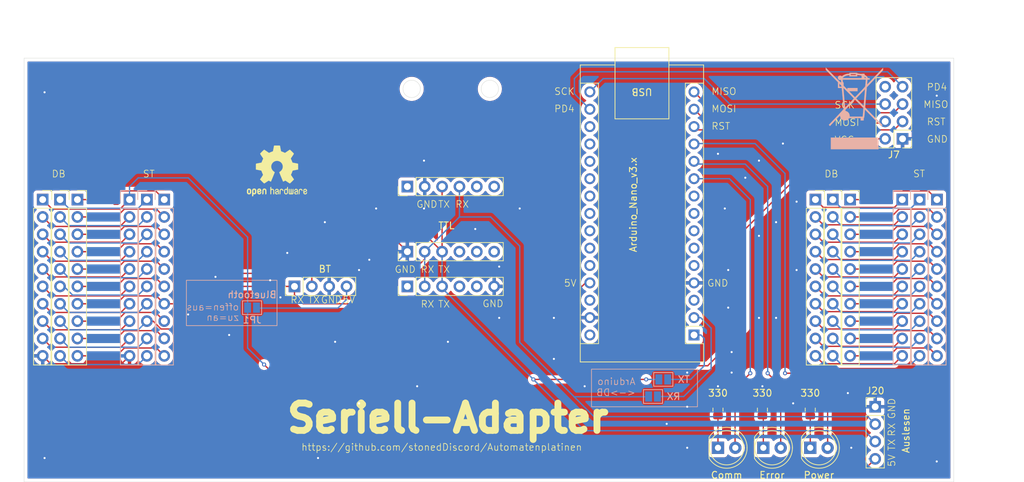
<source format=kicad_pcb>
(kicad_pcb (version 20240108) (generator "pcbnew") (generator_version "8.0")
  (layers (0 "F.Cu" signal) (31 "B.Cu" signal) (34 "B.Paste" user) (35 "F.Paste" user) (36 "B.SilkS" user "B.Silkscreen") (37 "F.SilkS" user "F.Silkscreen") (38 "B.Mask" user) (39 "F.Mask" user) (44 "Edge.Cuts" user))
  (net 0 "")
  (net 21 "GND")
  (net 25 "Net-(D1-K)")
  (net 26 "Net-(D2-K)")
  (net 27 "Net-(D3-K)")
  (net 28 "Net-(J1-Pin_3)")
  (net 29 "Net-(J1-Pin_5)")
  (net 30 "Net-(J1-Pin_7)")
  (net 31 "Net-(J1-Pin_2)")
  (net 32 "Net-(J1-Pin_8)")
  (net 33 "Net-(J1-Pin_9)")
  (net 34 "Net-(J1-Pin_4)")
  (net 35 "+5V")
  (net 36 "Net-(J1-Pin_6)")
  (net 37 "Net-(J14-Pin_5)")
  (net 38 "Net-(J14-Pin_1)")
  (net 39 "Net-(J14-Pin_10)")
  (net 40 "Net-(J14-Pin_4)")
  (net 41 "Net-(J14-Pin_6)")
  (net 42 "Net-(J14-Pin_2)")
  (net 43 "Net-(J14-Pin_7)")
  (net 44 "Net-(J14-Pin_9)")
  (net 45 "Net-(J14-Pin_3)")
  (net 46 "Net-(J15-Pin_2)")
  (net 47 "Net-(J15-Pin_4)")
  (net 48 "Net-(J15-Pin_5)")
  (net 49 "Net-(J15-Pin_8)")
  (net 50 "Net-(J15-Pin_10)")
  (net 51 "Net-(J15-Pin_6)")
  (net 52 "Net-(J15-Pin_1)")
  (net 53 "Net-(J15-Pin_3)")
  (net 54 "Net-(J15-Pin_9)")
  (net 55 "Net-(J4-Pin_2)")
  (net 56 "Net-(J4-Pin_5)")
  (net 57 "Net-(J4-Pin_1)")
  (net 58 "Net-(J4-Pin_4)")
  (net 59 "Net-(J4-Pin_7)")
  (net 60 "Net-(J4-Pin_3)")
  (net 61 "Net-(J4-Pin_10)")
  (net 62 "Net-(J4-Pin_9)")
  (net 63 "Net-(J4-Pin_8)")
  (net 64 "Net-(J4-Pin_6)")
  (net 65 "Net-(J16-Pin_2)")
  (net 66 "Net-(J16-Pin_10)")
  (net 67 "Net-(J16-Pin_6)")
  (net 68 "Net-(J16-Pin_8)")
  (net 69 "Net-(J16-Pin_1)")
  (net 70 "Net-(J16-Pin_7)")
  (net 71 "Net-(J16-Pin_5)")
  (net 72 "Net-(J16-Pin_3)")
  (net 73 "Net-(J16-Pin_4)")
  (net 74 "Net-(J16-Pin_9)")
  (net 75 "Net-(J17-Pin_6)")
  (net 76 "Net-(J17-Pin_10)")
  (net 77 "Net-(J17-Pin_7)")
  (net 78 "Net-(J17-Pin_2)")
  (net 79 "Net-(J17-Pin_8)")
  (net 80 "Net-(J17-Pin_1)")
  (net 81 "Net-(J17-Pin_3)")
  (net 82 "Net-(J17-Pin_5)")
  (net 83 "Net-(J17-Pin_4)")
  (net 84 "Net-(J17-Pin_9)")
  (net 85 "Net-(J8-Pin_4)")
  (net 86 "Net-(A1-D9)")
  (net 87 "Net-(A1-D7)")
  (net 88 "Net-(A1-D8)")
  (net 93 "Net-(A1-D11)")
  (net 94 "Net-(A1-+5V)")
  (net 95 "Net-(A1-D12)")
  (net 96 "Net-(A1-D10)")
  (net 97 "Net-(A1-D13)")
  (net 98 "Net-(A1-3V3)")
  (net 99 "Net-(A1-D0{slash}RX)")
  (net 100 "Net-(A1-D1{slash}TX)")
  (net 101 "RX")
  (net 102 "TX")
  (footprint "Resistor_SMD:R_0805_2012Metric" (layer "F.Cu") (at 184.5 130.4125 90)
    (property "Reference" "R3" (hide yes))
    (property "Value" "330")
  )
  (footprint "Resistor_SMD:R_0805_2012Metric" (layer "F.Cu") (at 198 130.4125 90)
    (property "Reference" "R1" (hide yes))
    (property "Value" "330")
  )
  (footprint "Connector_PinSocket_2.54mm:PinSocket_1x10_P2.54mm_Vertical" (layer "F.Cu") (at 90.805 99.695)
    (property "Reference" "J3" (hide yes))
    (property "Value" "Conn_01x10_Pin")
  )
  (footprint "Connector_PinSocket_2.54mm:PinSocket_1x10_P2.54mm_Vertical" (layer "F.Cu") (at 88.265 99.695)
    (property "Reference" "J2" (hide yes))
    (property "Value" "Conn_01x10_Pin")
  )
  (footprint "Connector_PinHeader_2.54mm:PinHeader_1x06_P2.54mm_Vertical" (layer "F.Cu") (at 139.065 97.79 90)
    (property "Reference" "J10" (hide yes))
    (property "Value" "Conn_01x06")
  )
  (footprint "Connector_PinHeader_2.54mm:PinHeader_1x06_P2.54mm_Vertical" (layer "F.Cu") (at 139.065 107.315 90)
    (property "Reference" "J12" (hide yes))
    (property "Value" "TTL")
  )
  (footprint "LED_THT:LED_D5.0mm" (layer "F.Cu") (at 184.5 136)
    (property "Reference" "D1" (hide yes))
    (property "Value" "Comm")
  )
  (footprint "Connector_PinSocket_2.54mm:PinSocket_1x10_P2.54mm_Vertical" (layer "F.Cu") (at 85.725 99.695)
    (property "Reference" "J1" (hide yes))
    (property "Value" "Conn_01x10_Pin")
  )
  (footprint "LED_THT:LED_D5.0mm" (layer "F.Cu") (at 198 136)
    (property "Reference" "D3" (hide yes))
    (property "Value" "Power")
  )
  (footprint "Connector_PinHeader_2.54mm:PinHeader_2x04_P2.54mm_Vertical" (layer "F.Cu") (at 211.5 90.805 180)
    (property "Reference" "J7")
    (property "Value" "Conn_02x04_Counter_Clockwise")
  )
  (footprint "Connector_PinSocket_2.54mm:PinSocket_1x10_P2.54mm_Vertical" (layer "F.Cu") (at 198.755 99.695)
    (property "Reference" "J4" (hide yes))
    (property "Value" "Conn_01x10_Pin")
  )
  (footprint "Module:Arduino_Nano" (layer "F.Cu") (at 181 119.5 180)
    (property "Reference" "A1" (hide yes))
    (property "Value" "Arduino_Nano_v3.x")
  )
  (footprint "LED_THT:LED_D5.0mm" (layer "F.Cu") (at 191.135 136)
    (property "Reference" "D2" (hide yes))
    (property "Value" "Error")
  )
  (footprint "Connector_PinHeader_2.54mm:PinHeader_1x06_P2.54mm_Vertical" (layer "F.Cu") (at 139.065 112.395 90)
    (property "Reference" "J11" (hide yes))
    (property "Value" "Conn_01x06")
  )
  (footprint "Connector_PinSocket_2.54mm:PinSocket_1x10_P2.54mm_Vertical" (layer "F.Cu") (at 203.835 99.695)
    (property "Reference" "J17" (hide yes))
    (property "Value" "Conn_01x10_Pin")
  )
  (footprint "Connector_PinSocket_2.54mm:PinSocket_1x10_P2.54mm_Vertical" (layer "F.Cu") (at 201.295 99.695)
    (property "Reference" "J6" (hide yes))
    (property "Value" "Conn_01x10_Pin")
  )
  (footprint "Resistor_SMD:R_0805_2012Metric" (layer "F.Cu") (at 191 130.4125 90)
    (property "Reference" "R2" (hide yes))
    (property "Value" "330")
  )
  (footprint "Connector_PinHeader_2.54mm:PinHeader_1x04_P2.54mm_Vertical" (layer "F.Cu") (at 122.555 112.395 90)
    (property "Reference" "J8" (hide yes))
    (property "Value" "BT")
  )
  (footprint "Symbol:OSHW-Logo2_9.8x8mm_SilkScreen" (layer "F.Cu") (at 120 95.5)
    (property "Reference" "REF**" (hide yes))
    (property "Value" "OSHW-Logo2_9.8x8mm_SilkScreen" (hide yes))
  )
  (footprint "Connector_PinHeader_2.54mm:PinHeader_1x04_P2.54mm_Vertical" (layer "F.Cu") (at 207.5 130)
    (property "Reference" "J20")
    (property "Value" "Auslesen")
  )
  (footprint "Connector_PinSocket_2.54mm:PinSocket_1x10_P2.54mm_Vertical" (layer "B.Cu") (at 100.965 99.695 180)
    (property "Reference" "J14" (hide yes))
    (property "Value" "Conn_01x10_Pin")
  )
  (footprint "Connector_PinSocket_2.54mm:PinSocket_1x10_P2.54mm_Vertical" (layer "B.Cu") (at 103.505 99.695 180)
    (property "Reference" "J15" (hide yes))
    (property "Value" "Conn_01x10_Pin")
  )
  (footprint "Jumper:SolderJumper-2_P1.3mm_Open_Pad1.0x1.5mm" (layer "B.Cu") (at 175 128.5)
    (property "Reference" "JP2" (hide yes))
    (property "Value" "RX")
  )
  (footprint "Connector_PinSocket_2.54mm:PinSocket_1x10_P2.54mm_Vertical" (layer "B.Cu") (at 211.455 99.695 180)
    (property "Reference" "J5" (hide yes))
    (property "Value" "Conn_01x10_Pin")
  )
  (footprint "Connector_PinSocket_2.54mm:PinSocket_1x10_P2.54mm_Vertical" (layer "B.Cu") (at 213.995 99.695 180)
    (property "Reference" "J16" (hide yes))
    (property "Value" "Conn_01x10_Pin")
  )
  (footprint "Connector_PinSocket_2.54mm:PinSocket_1x10_P2.54mm_Vertical" (layer "B.Cu") (at 98.425 99.695 180)
    (property "Reference" "J13" (hide yes))
    (property "Value" "Conn_01x10_Pin")
  )
  (footprint "Symbol:WEEE-Logo_8.4x12mm_SilkScreen" (layer "B.Cu") (at 204.47 86.36 180)
    (property "Reference" "REF**" (hide yes))
    (property "Value" "WEEE-Logo_8.4x12mm_SilkScreen" (hide yes))
  )
  (footprint "Jumper:SolderJumper-2_P1.3mm_Open_Pad1.0x1.5mm" (layer "B.Cu") (at 176.5 126)
    (property "Reference" "JP3" (hide yes))
    (property "Value" "TX")
  )
  (footprint "Jumper:SolderJumper-2_P1.3mm_Open_Pad1.0x1.5mm" (layer "B.Cu") (at 116.35 115.5)
    (property "Reference" "JP1")
    (property "Value" "Bluetooth")
  )
  (footprint "Connector_PinSocket_2.54mm:PinSocket_1x10_P2.54mm_Vertical" (layer "B.Cu") (at 216.535 99.695 180)
    (property "Reference" "J18" (hide yes))
    (property "Value" "Conn_01x10_Pin")
  )
  (gr_rect (start 106.745 111.5) (end 120 118.135) (stroke (width 0.1)) (fill none) (layer "B.SilkS"))
  (gr_rect (start 166 124.5) (end 181.5 130) (stroke (width 0.1)) (fill none) (layer "B.SilkS"))
  (gr_circle (center 139.7 83.5) (end 140.97 83.5) (stroke (width 0.05)) (fill none) (layer "Edge.Cuts"))
  (gr_rect (start 83 79) (end 219 141) (stroke (width 0.05)) (fill none) (layer "Edge.Cuts"))
  (gr_circle (center 151.13 83.5) (end 152.4 83.5) (stroke (width 0.05)) (fill none) (layer "Edge.Cuts"))
  (gr_text "offen=aus" (at 114.5 116 0) (layer "B.SilkS") (effects (font (size 1 1) (thickness 0.1)) (justify left bottom mirror)))
  (gr_text "Arduino\n<->DB" (at 172.5 128.5 -0) (layer "B.SilkS") (effects (font (size 1 1) (thickness 0.1)) (justify left bottom mirror)))
  (gr_text "zu=an" (at 114.5 117.5 0) (layer "B.SilkS") (effects (font (size 1 1) (thickness 0.1)) (justify left bottom mirror)))
  (gr_text "GND" (at 126.365 114.935 0) (layer "F.SilkS") (effects (font (size 1 1) (thickness 0.1)) (justify left bottom)))
  (gr_text "SCK" (at 201.5 86.46 0) (layer "F.SilkS") (effects (font (size 1 1) (thickness 0.1)) (justify left bottom)))
  (gr_text "ST" (at 213 96.5 0) (layer "F.SilkS") (effects (font (size 1 1) (thickness 0.1)) (justify left bottom)))
  (gr_text "TX" (at 143.51 115.57 0) (layer "F.SilkS") (effects (font (size 1 1) (thickness 0.1)) (justify left bottom)))
  (gr_text "PD4" (at 215 83.82 0) (layer "F.SilkS") (effects (font (size 1 1) (thickness 0.1)) (justify left bottom)))
  (gr_text "DB" (at 200.025 96.52 0) (layer "F.SilkS") (effects (font (size 1 1) (thickness 0.1)) (justify left bottom)))
  (gr_text "5V" (at 129.54 114.935 0) (layer "F.SilkS") (effects (font (size 1 1) (thickness 0.1)) (justify left bottom)))
  (gr_text "RST" (at 215 88.9 0) (layer "F.SilkS") (effects (font (size 1 1) (thickness 0.1)) (justify left bottom)))
  (gr_text "TX" (at 124.46 114.935 0) (layer "F.SilkS") (effects (font (size 1 1) (thickness 0.1)) (justify left bottom)))
  (gr_text "MISO" (at 183.5 84.46 0) (layer "F.SilkS") (effects (font (size 1 1) (thickness 0.1)) (justify left bottom)))
  (gr_text "https://github.com/stonedDiscord/Automatenplatinen" (at 123.5 136.5 0) (layer "F.SilkS") (effects (font (size 1 1) (thickness 0.1)) (justify left bottom)))
  (gr_text "MOSI" (at 201.5 89 0) (layer "F.SilkS") (effects (font (size 1 1) (thickness 0.1)) (justify left bottom)))
  (gr_text "RX" (at 146.05 100.965 0) (layer "F.SilkS") (effects (font (size 1 1) (thickness 0.1)) (justify left bottom)))
  (gr_text "GND" (at 137.16 110.49 0) (layer "F.SilkS") (effects (font (size 1 1) (thickness 0.1)) (justify left bottom)))
  (gr_text "DB" (at 86.995 96.52 0) (layer "F.SilkS") (effects (font (size 1 1) (thickness 0.1)) (justify left bottom)))
  (gr_text "GND" (at 150 115.5 0) (layer "F.SilkS") (effects (font (size 1 1) (thickness 0.1)) (justify left bottom)))
  (gr_text "SCK" (at 160.5 84.46 0) (layer "F.SilkS") (effects (font (size 1 1) (thickness 0.1)) (justify left bottom)))
  (gr_text "Seriell-Adapter" (at 121 134 0) (layer "F.SilkS") (effects (font (size 4 4) (thickness 1) (bold yes)) (justify left bottom)))
  (gr_text "TX" (at 210.5 136.5 90) (layer "F.SilkS") (effects (font (size 1 1) (thickness 0.1)) (justify left bottom)))
  (gr_text "RX" (at 210.5 134.39 90) (layer "F.SilkS") (effects (font (size 1 1) (thickness 0.1)) (justify left bottom)))
  (gr_text "VCC" (at 201.5 91.54 0) (layer "F.SilkS") (effects (font (size 1 1) (thickness 0.1)) (justify left bottom)))
  (gr_text "ST" (at 100.33 96.52 0) (layer "F.SilkS") (effects (font (size 1 1) (thickness 0.1)) (justify left bottom)))
  (gr_text "MOSI" (at 183.5 87 0) (layer "F.SilkS") (effects (font (size 1 1) (thickness 0.1)) (justify left bottom)))
  (gr_text "PD4" (at 160.5 87 0) (layer "F.SilkS") (effects (font (size 1 1) (thickness 0.1)) (justify left bottom)))
  (gr_text "5V" (at 210.5 138.835 90) (layer "F.SilkS") (effects (font (size 1 1) (thickness 0.1)) (justify left bottom)))
  (gr_text "RX" (at 121.92 114.935 0) (layer "F.SilkS") (effects (font (size 1 1) (thickness 0.1)) (justify left bottom)))
  (gr_text "MISO" (at 214.5 86.36 0) (layer "F.SilkS") (effects (font (size 1 1) (thickness 0.1)) (justify left bottom)))
  (gr_text "RST" (at 183.5 89.54 0) (layer "F.SilkS") (effects (font (size 1 1) (thickness 0.1)) (justify left bottom)))
  (gr_text "TX" (at 143.51 100.965 0) (layer "F.SilkS") (effects (font (size 1 1) (thickness 0.1)) (justify left bottom)))
  (gr_text "RX" (at 140.97 110.49 0) (layer "F.SilkS") (effects (font (size 1 1) (thickness 0.1)) (justify left bottom)))
  (gr_text "GND" (at 140.335 100.965 0) (layer "F.SilkS") (effects (font (size 1 1) (thickness 0.1)) (justify left bottom)))
  (gr_text "5V" (at 161.925 112.5 0) (layer "F.SilkS") (effects (font (size 1 1) (thickness 0.1)) (justify left bottom)))
  (gr_text "TX" (at 143.51 110.49 0) (layer "F.SilkS") (effects (font (size 1 1) (thickness 0.1)) (justify left bottom)))
  (gr_text "GND" (at 210.5 131.85 90) (layer "F.SilkS") (effects (font (size 1 1) (thickness 0.1)) (justify left bottom)))
  (gr_text "GND" (at 182.88 112.5 0) (layer "F.SilkS") (effects (font (size 1 1) (thickness 0.1)) (justify left bottom)))
  (gr_text "GND" (at 215 91.44 0) (layer "F.SilkS") (effects (font (size 1 1) (thickness 0.1)) (justify left bottom)))
  (gr_text "RX" (at 140.97 115.57 0) (layer "F.SilkS") (effects (font (size 1 1) (thickness 0.1)) (justify left bottom)))
  (segment (start 127.635 110.49) (end 132.08 106.045) (width 0.2) (layer "F.Cu") (net 21))
  (segment (start 85.725 122.555) (end 86.875 123.705) (width 0.2) (layer "F.Cu") (net 21))
  (segment (start 127.635 112.395) (end 127.635 110.49) (width 0.2) (layer "F.Cu") (net 21))
  (segment (start 137.795 106.045) (end 139.065 107.315) (width 0.2) (layer "F.Cu") (net 21))
  (segment (start 132.08 106.045) (end 137.795 106.045) (width 0.2) (layer "F.Cu") (net 21))
  (segment (start 86.875 123.705) (end 97.275 123.705) (width 0.2) (layer "F.Cu") (net 21))
  (segment (start 97.275 123.705) (end 98.425 122.555) (width 0.2) (layer "F.Cu") (net 21))
  (via (at 195.5 129.5) (size 0.6) (drill 0.3) (layers "F.Cu" "B.Cu") (net 21))
  (via (at 160.5 123) (size 0.6) (drill 0.3) (layers "F.Cu" "B.Cu") (net 21))
  (via (at 126 137.5) (size 0.6) (drill 0.3) (layers "F.Cu" "B.Cu") (net 21))
  (via (at 196 110) (size 0.6) (drill 0.3) (layers "F.Cu" "B.Cu") (net 21))
  (via (at 119 111.5) (size 0.6) (drill 0.3) (layers "F.Cu" "B.Cu") (net 21))
  (via (at 121.5 107.5) (size 0.6) (drill 0.3) (layers "F.Cu" "B.Cu") (net 21))
  (via (at 216.5 138) (size 0.6) (drill 0.3) (layers "F.Cu" "B.Cu") (net 21))
  (via (at 132 129.5) (size 0.6) (drill 0.3) (layers "F.Cu" "B.Cu") (net 21))
  (via (at 141.5 94) (size 0.6) (drill 0.3) (layers "F.Cu" "B.Cu") (net 21))
  (via (at 152.5 117) (size 0.6) (drill 0.3) (layers "F.Cu" "B.Cu") (net 21))
  (via (at 184.5 93) (size 0.6) (drill 0.3) (layers "F.Cu" "B.Cu") (net 21))
  (via (at 204 136) (size 0.6) (drill 0.3) (layers "F.Cu" "B.Cu") (net 21))
  (via (at 127 103) (size 0.6) (drill 0.3) (layers "F.Cu" "B.Cu") (net 21))
  (via (at 134.5 101) (size 0.6) (drill 0.3) (layers "F.Cu" "B.Cu") (net 21))
  (via (at 133.5 108.5) (size 0.6) (drill 0.3) (layers "F.Cu" "B.Cu") (net 21))
  (via (at 177 132.5) (size 0.6) (drill 0.3) (layers "F.Cu" "B.Cu") (net 21))
  (via (at 190.5 94) (size 0.6) (drill 0.3) (layers "F.Cu" "B.Cu") (net 21))
  (via (at 190.5 105) (size 0.6) (drill 0.3) (layers "F.Cu" "B.Cu") (net 21))
  (via (at 149 104) (size 0.6) (drill 0.3) (layers "F.Cu" "B.Cu") (net 21))
  (via (at 203.5 128) (size 0.6) (drill 0.3) (layers "F.Cu" "B.Cu") (net 21))
  (via (at 188.5 96.5) (size 0.6) (drill 0.3) (layers "F.Cu" "B.Cu") (net 21))
  (via (at 180 130) (size 0.6) (drill 0.3) (layers "F.Cu" "B.Cu") (net 21))
  (via (at 186.5 125) (size 0.6) (drill 0.3) (layers "F.Cu" "B.Cu") (net 21))
  (via (at 194 91.5) (size 0.6) (drill 0.3) (layers "F.Cu" "B.Cu") (net 21))
  (via (at 86 84) (size 0.6) (drill 0.3) (layers "F.Cu" "B.Cu") (net 21))
  (via (at 145 120.5) (size 0.6) (drill 0.3) (layers "F.Cu" "B.Cu") (net 21))
  (via (at 107 116.5) (size 0.6) (drill 0.3) (layers "F.Cu" "B.Cu") (net 21))
  (via (at 191 127) (size 0.6) (drill 0.3) (layers "F.Cu" "B.Cu") (net 21))
  (via (at 184.5 127) (size 0.6) (drill 0.3) (layers "F.Cu" "B.Cu") (net 21))
  (via (at 113 119.5) (size 0.6) (drill 0.3) (layers "F.Cu" "B.Cu") (net 21))
  (via (at 185.5 101) (size 0.6) (drill 0.3) (layers "F.Cu" "B.Cu") (net 21))
  (via (at 140.5 127) (size 0.6) (drill 0.3) (layers "F.Cu" "B.Cu") (net 21))
  (via (at 180 136) (size 0.6) (drill 0.3) (layers "F.Cu" "B.Cu") (net 21))
  (via (at 132 129.5) (size 0.6) (drill 0.3) (layers "F.Cu" "B.Cu") (net 21))
  (via (at 160.5 117) (size 0.6) (drill 0.3) (layers "F.Cu" "B.Cu") (net 21))
  (via (at 141.5 101) (size 0.6) (drill 0.3) (layers "F.Cu" "B.Cu") (net 21))
  (via (at 111 111) (size 0.6) (drill 0.3) (layers "F.Cu" "B.Cu") (net 21))
  (via (at 186 110) (size 0.6) (drill 0.3) (layers "F.Cu" "B.Cu") (net 21))
  (via (at 186.5 122) (size 0.6) (drill 0.3) (layers "F.Cu" "B.Cu") (net 21))
  (via (at 165 127) (size 0.6) (drill 0.3) (layers "F.Cu" "B.Cu") (net 21))
  (via (at 128.5 120.5) (size 0.6) (drill 0.3) (layers "F.Cu" "B.Cu") (net 21))
  (via (at 193 103) (size 0.6) (drill 0.3) (layers "F.Cu" "B.Cu") (net 21))
  (via (at 216.5 84.5) (size 0.6) (drill 0.3) (layers "F.Cu" "B.Cu") (net 21))
  (via (at 193 117) (size 0.6) (drill 0.3) (layers "F.Cu" "B.Cu") (net 21))
  (via (at 86 137.5) (size 0.6) (drill 0.3) (layers "F.Cu" "B.Cu") (net 21))
  (via (at 132 110) (size 0.6) (drill 0.3) (layers "F.Cu" "B.Cu") (net 21))
  (via (at 152.5 109.5) (size 0.6) (drill 0.3) (layers "F.Cu" "B.Cu") (net 21))
  (via (at 196 100) (size 0.6) (drill 0.3) (layers "F.Cu" "B.Cu") (net 21))
  (via (at 190.5 117) (size 0.6) (drill 0.3) (layers "F.Cu" "B.Cu") (net 21))
  (via (at 186 115.5) (size 0.6) (drill 0.3) (layers "F.Cu" "B.Cu") (net 21))
  (via (at 155.5 101) (size 0.6) (drill 0.3) (layers "F.Cu" "B.Cu") (net 21))
  (via (at 132 129.5) (size 0.6) (drill 0.3) (layers "F.Cu" "B.Cu") (net 21))
  (via (at 180 125) (size 0.6) (drill 0.3) (layers "F.Cu" "B.Cu") (net 21))
  (via (at 120.5 114) (size 0.6) (drill 0.3) (layers "F.Cu" "B.Cu") (net 21))
  (segment (start 134.62 127) (end 86.36 127) (width 0.2) (layer "B.Cu") (net 21))
  (segment (start 137.16 109.22) (end 137.16 124.46) (width 0.2) (layer "B.Cu") (net 21))
  (segment (start 86.36 127) (end 85.725 126.365) (width 0.2) (layer "B.Cu") (net 21))
  (segment (start 139.065 107.315) (end 137.16 109.22) (width 0.2) (layer "B.Cu") (net 21))
  (segment (start 137.16 124.46) (end 134.62 127) (width 0.2) (layer "B.Cu") (net 21))
  (segment (start 85.725 126.365) (end 85.725 122.555) (width 0.2) (layer "B.Cu") (net 21))
  (segment (start 184.5 136) (end 184.5 131.325) (width 0.2) (layer "F.Cu") (net 25))
  (segment (start 191.135 136) (end 191.135 131.46) (width 0.2) (layer "F.Cu") (net 26))
  (segment (start 191.135 131.46) (end 191 131.325) (width 0.2) (layer "F.Cu") (net 26))
  (segment (start 198 136) (end 198 131.325) (width 0.2) (layer "F.Cu") (net 27))
  (segment (start 86.875 105.925) (end 97.275 105.925) (width 0.2) (layer "F.Cu") (net 28))
  (segment (start 85.725 104.775) (end 86.875 105.925) (width 0.2) (layer "F.Cu") (net 28))
  (segment (start 97.275 105.925) (end 98.425 104.775) (width 0.2) (layer "F.Cu") (net 28))
  (segment (start 86.875 111.005) (end 97.275 111.005) (width 0.2) (layer "F.Cu") (net 29))
  (segment (start 97.275 111.005) (end 98.425 109.855) (width 0.2) (layer "F.Cu") (net 29))
  (segment (start 85.725 109.855) (end 86.875 111.005) (width 0.2) (layer "F.Cu") (net 29))
  (segment (start 97.155 116.205) (end 98.425 114.935) (width 0.2) (layer "F.Cu") (net 30))
  (segment (start 86.995 116.205) (end 97.155 116.205) (width 0.2) (layer "F.Cu") (net 30))
  (segment (start 85.725 114.935) (end 86.995 116.205) (width 0.2) (layer "F.Cu") (net 30))
  (segment (start 87.115 103.625) (end 97.035 103.625) (width 0.2) (layer "F.Cu") (net 31))
  (segment (start 85.725 102.235) (end 87.115 103.625) (width 0.2) (layer "F.Cu") (net 31))
  (segment (start 97.035 103.625) (end 98.425 102.235) (width 0.2) (layer "F.Cu") (net 31))
  (segment (start 97.155 118.745) (end 98.425 117.475) (width 0.2) (layer "F.Cu") (net 32))
  (segment (start 86.995 118.745) (end 97.155 118.745) (width 0.2) (layer "F.Cu") (net 32))
  (segment (start 85.725 117.475) (end 86.995 118.745) (width 0.2) (layer "F.Cu") (net 32))
  (segment (start 86.995 121.285) (end 97.155 121.285) (width 0.2) (layer "F.Cu") (net 33))
  (segment (start 97.155 121.285) (end 98.425 120.015) (width 0.2) (layer "F.Cu") (net 33))
  (segment (start 85.725 120.015) (end 86.995 121.285) (width 0.2) (layer "F.Cu") (net 33))
  (segment (start 87.115 108.705) (end 97.035 108.705) (width 0.2) (layer "F.Cu") (net 34))
  (segment (start 85.725 107.315) (end 87.115 108.705) (width 0.2) (layer "F.Cu") (net 34))
  (segment (start 97.035 108.705) (end 98.425 107.315) (width 0.2) (layer "F.Cu") (net 34))
  (segment (start 97.035 101.085) (end 98.425 99.695) (width 0.2) (layer "F.Cu") (net 35))
  (segment (start 87.115 101.085) (end 97.035 101.085) (width 0.2) (layer "F.Cu") (net 35))
  (segment (start 206.12 139) (end 133.285 139) (width 0.2) (layer "F.Cu") (net 35))
  (segment (start 207.5 137.62) (end 206.12 139) (width 0.2) (layer "F.Cu") (net 35))
  (segment (start 133.285 139) (end 118.11 123.825) (width 0.2) (layer "F.Cu") (net 35))
  (segment (start 85.725 99.695) (end 87.115 101.085) (width 0.2) (layer "F.Cu") (net 35))
  (via (at 118.11 123.825) (size 0.6) (drill 0.3) (layers "F.Cu" "B.Cu") (net 35))
  (segment (start 98.425 97.79) (end 99.695 96.52) (width 0.2) (layer "B.Cu") (net 35))
  (segment (start 98.425 99.695) (end 98.425 97.79) (width 0.2) (layer "B.Cu") (net 35))
  (segment (start 207.5 137.62) (end 206.62 137.62) (width 0.2) (layer "B.Cu") (net 35))
  (segment (start 115.7 121.415) (end 118.11 123.825) (width 0.2) (layer "B.Cu") (net 35))
  (segment (start 115.7 105.2) (end 115.7 115.5) (width 0.2) (layer "B.Cu") (net 35))
  (segment (start 107.02 96.52) (end 115.7 105.2) (width 0.2) (layer "B.Cu") (net 35))
  (segment (start 115.7 115.5) (end 115.7 121.415) (width 0.2) (layer "B.Cu") (net 35))
  (segment (start 99.695 96.52) (end 107.02 96.52) (width 0.2) (layer "B.Cu") (net 35))
  (segment (start 97.035 113.785) (end 98.425 112.395) (width 0.2) (layer "F.Cu") (net 36))
  (segment (start 87.115 113.785) (end 97.035 113.785) (width 0.2) (layer "F.Cu") (net 36))
  (segment (start 85.725 112.395) (end 87.115 113.785) (width 0.2) (layer "F.Cu") (net 36))
  (segment (start 88.265 109.855) (end 89.535 111.125) (width 0.2) (layer "B.Cu") (net 37))
  (segment (start 89.535 111.125) (end 99.695 111.125) (width 0.2) (layer "B.Cu") (net 37))
  (segment (start 99.695 111.125) (end 100.965 109.855) (width 0.2) (layer "B.Cu") (net 37))
  (segment (start 99.695 100.965) (end 89.535 100.965) (width 0.2) (layer "B.Cu") (net 38))
  (segment (start 100.965 99.695) (end 99.695 100.965) (width 0.2) (layer "B.Cu") (net 38))
  (segment (start 89.535 100.965) (end 88.265 99.695) (width 0.2) (layer "B.Cu") (net 38))
  (segment (start 88.265 122.555) (end 89.535 123.825) (width 0.2) (layer "B.Cu") (net 39))
  (segment (start 89.535 123.825) (end 99.695 123.825) (width 0.2) (layer "B.Cu") (net 39))
  (segment (start 99.695 123.825) (end 100.965 122.555) (width 0.2) (layer "B.Cu") (net 39))
  (segment (start 100.965 107.315) (end 99.695 108.585) (width 0.2) (layer "B.Cu") (net 40))
  (segment (start 99.695 108.585) (end 89.535 108.585) (width 0.2) (layer "B.Cu") (net 40))
  (segment (start 89.535 108.585) (end 88.265 107.315) (width 0.2) (layer "B.Cu") (net 40))
  (segment (start 90.100686 113.665) (end 99.695 113.665) (width 0.2) (layer "B.Cu") (net 41))
  (segment (start 88.830686 112.395) (end 90.100686 113.665) (width 0.2) (layer "B.Cu") (net 41))
  (segment (start 88.265 112.395) (end 88.830686 112.395) (width 0.2) (layer "B.Cu") (net 41))
  (segment (start 99.695 113.665) (end 100.965 112.395) (width 0.2) (layer "B.Cu") (net 41))
  (segment (start 99.695 103.505) (end 100.965 102.235) (width 0.2) (layer "B.Cu") (net 42))
  (segment (start 88.265 102.235) (end 89.535 103.505) (width 0.2) (layer "B.Cu") (net 42))
  (segment (start 89.535 103.505) (end 99.695 103.505) (width 0.2) (layer "B.Cu") (net 42))
  (segment (start 99.695 116.205) (end 100.965 114.935) (width 0.2) (layer "B.Cu") (net 43))
  (segment (start 89.535 116.205) (end 99.695 116.205) (width 0.2) (layer "B.Cu") (net 43))
  (segment (start 88.265 114.935) (end 89.535 116.205) (width 0.2) (layer "B.Cu") (net 43))
  (segment (start 88.265 120.015) (end 89.535 121.285) (width 0.2) (layer "B.Cu") (net 44))
  (segment (start 89.535 121.285) (end 99.695 121.285) (width 0.2) (layer "B.Cu") (net 44))
  (segment (start 99.695 121.285) (end 100.965 120.015) (width 0.2) (layer "B.Cu") (net 44))
  (segment (start 89.535 106.045) (end 99.695 106.045) (width 0.2) (layer "B.Cu") (net 45))
  (segment (start 88.265 104.775) (end 89.535 106.045) (width 0.2) (layer "B.Cu") (net 45))
  (segment (start 99.695 106.045) (end 100.965 104.775) (width 0.2) (layer "B.Cu") (net 45))
  (segment (start 90.805 102.235) (end 96.52 102.235) (width 0.2) (layer "F.Cu") (net 46))
  (segment (start 96.52 102.235) (end 97.67 101.085) (width 0.2) (layer "F.Cu") (net 46))
  (segment (start 97.67 101.085) (end 102.355 101.085) (width 0.2) (layer "F.Cu") (net 46))
  (segment (start 102.355 101.085) (end 103.505 102.235) (width 0.2) (layer "F.Cu") (net 46))
  (segment (start 97.67 106.165) (end 102.355 106.165) (width 0.2) (layer "F.Cu") (net 47))
  (segment (start 96.52 107.315) (end 97.67 106.165) (width 0.2) (layer "F.Cu") (net 47))
  (segment (start 90.805 107.315) (end 96.52 107.315) (width 0.2) (layer "F.Cu") (net 47))
  (segment (start 102.355 106.165) (end 103.505 107.315) (width 0.2) (layer "F.Cu") (net 47))
  (segment (start 96.52 109.855) (end 97.67 108.705) (width 0.2) (layer "F.Cu") (net 48))
  (segment (start 97.67 108.705) (end 102.355 108.705) (width 0.2) (layer "F.Cu") (net 48))
  (segment (start 90.805 109.855) (end 96.52 109.855) (width 0.2) (layer "F.Cu") (net 48))
  (segment (start 102.355 108.705) (end 103.505 109.855) (width 0.2) (layer "F.Cu") (net 48))
  (segment (start 97.79 116.205) (end 102.235 116.205) (width 0.2) (layer "F.Cu") (net 49))
  (segment (start 102.235 116.205) (end 103.505 117.475) (width 0.2) (layer "F.Cu") (net 49))
  (segment (start 96.52 117.475) (end 97.79 116.205) (width 0.2) (layer "F.Cu") (net 49))
  (segment (start 90.805 117.475) (end 96.52 117.475) (width 0.2) (layer "F.Cu") (net 49))
  (segment (start 96.52 122.555) (end 97.67 121.405) (width 0.2) (layer "F.Cu") (net 50))
  (segment (start 90.805 122.555) (end 96.52 122.555) (width 0.2) (layer "F.Cu") (net 50))
  (segment (start 97.67 121.405) (end 102.355 121.405) (width 0.2) (layer "F.Cu") (net 50))
  (segment (start 102.355 121.405) (end 103.505 122.555) (width 0.2) (layer "F.Cu") (net 50))
  (segment (start 97.67 111.245) (end 102.355 111.245) (width 0.2) (layer "F.Cu") (net 51))
  (segment (start 96.52 112.395) (end 97.67 111.245) (width 0.2) (layer "F.Cu") (net 51))
  (segment (start 102.355 111.245) (end 103.505 112.395) (width 0.2) (layer "F.Cu") (net 51))
  (segment (start 90.805 112.395) (end 96.52 112.395) (width 0.2) (layer "F.Cu") (net 51))
  (segment (start 90.805 99.695) (end 95.885 99.695) (width 0.2) (layer "F.Cu") (net 52))
  (segment (start 102.235 98.425) (end 103.505 99.695) (width 0.2) (layer "F.Cu") (net 52))
  (segment (start 95.885 99.695) (end 97.155 98.425) (width 0.2) (layer "F.Cu") (net 52))
  (segment (start 97.155 98.425) (end 102.235 98.425) (width 0.2) (layer "F.Cu") (net 52))
  (segment (start 90.805 104.775) (end 96.52 104.775) (width 0.2) (layer "F.Cu") (net 53))
  (segment (start 102.355 103.625) (end 103.505 104.775) (width 0.2) (layer "F.Cu") (net 53))
  (segment (start 97.67 103.625) (end 102.355 103.625) (width 0.2) (layer "F.Cu") (net 53))
  (segment (start 96.52 104.775) (end 97.67 103.625) (width 0.2) (layer "F.Cu") (net 53))
  (segment (start 97.67 118.865) (end 102.355 118.865) (width 0.2) (layer "F.Cu") (net 54))
  (segment (start 90.805 120.015) (end 96.52 120.015) (width 0.2) (layer "F.Cu") (net 54))
  (segment (start 96.52 120.015) (end 97.67 118.865) (width 0.2) (layer "F.Cu") (net 54))
  (segment (start 102.355 118.865) (end 103.505 120.015) (width 0.2) (layer "F.Cu") (net 54))
  (segment (start 199.905 103.385) (end 210.305 103.385) (width 0.2) (layer "F.Cu") (net 55))
  (segment (start 198.755 102.235) (end 199.905 103.385) (width 0.2) (layer "F.Cu") (net 55))
  (segment (start 210.305 103.385) (end 211.455 102.235) (width 0.2) (layer "F.Cu") (net 55))
  (segment (start 210.305 111.005) (end 211.455 109.855) (width 0.2) (layer "F.Cu") (net 56))
  (segment (start 199.905 111.005) (end 210.305 111.005) (width 0.2) (layer "F.Cu") (net 56))
  (segment (start 198.755 109.855) (end 199.905 111.005) (width 0.2) (layer "F.Cu") (net 56))
  (segment (start 198.755 99.695) (end 199.905 100.845) (width 0.2) (layer "F.Cu") (net 57))
  (segment (start 199.905 100.845) (end 210.305 100.845) (width 0.2) (layer "F.Cu") (net 57))
  (segment (start 210.305 100.845) (end 211.455 99.695) (width 0.2) (layer "F.Cu") (net 57))
  (segment (start 199.905 108.465) (end 210.305 108.465) (width 0.2) (layer "F.Cu") (net 58))
  (segment (start 198.755 107.315) (end 199.905 108.465) (width 0.2) (layer "F.Cu") (net 58))
  (segment (start 210.305 108.465) (end 211.455 107.315) (width 0.2) (layer "F.Cu") (net 58))
  (segment (start 210.305 116.085) (end 211.455 114.935) (width 0.2) (layer "F.Cu") (net 59))
  (segment (start 199.905 116.085) (end 210.305 116.085) (width 0.2) (layer "F.Cu") (net 59))
  (segment (start 198.755 114.935) (end 199.905 116.085) (width 0.2) (layer "F.Cu") (net 59))
  (segment (start 210.305 105.925) (end 211.455 104.775) (width 0.2) (layer "F.Cu") (net 60))
  (segment (start 198.755 104.775) (end 199.905 105.925) (width 0.2) (layer "F.Cu") (net 60))
  (segment (start 199.905 105.925) (end 210.305 105.925) (width 0.2) (layer "F.Cu") (net 60))
  (segment (start 199.905 123.705) (end 210.305 123.705) (width 0.2) (layer "F.Cu") (net 61))
  (segment (start 198.755 122.555) (end 199.905 123.705) (width 0.2) (layer "F.Cu") (net 61))
  (segment (start 210.305 123.705) (end 211.455 122.555) (width 0.2) (layer "F.Cu") (net 61))
  (segment (start 198.755 120.015) (end 199.905 121.165) (width 0.2) (layer "F.Cu") (net 62))
  (segment (start 199.905 121.165) (end 210.305 121.165) (width 0.2) (layer "F.Cu") (net 62))
  (segment (start 210.305 121.165) (end 211.455 120.015) (width 0.2) (layer "F.Cu") (net 62))
  (segment (start 210.305 118.625) (end 211.455 117.475) (width 0.2) (layer "F.Cu") (net 63))
  (segment (start 199.905 118.625) (end 210.305 118.625) (width 0.2) (layer "F.Cu") (net 63))
  (segment (start 198.755 117.475) (end 199.905 118.625) (width 0.2) (layer "F.Cu") (net 63))
  (segment (start 200.145 113.785) (end 210.065 113.785) (width 0.2) (layer "F.Cu") (net 64))
  (segment (start 198.755 112.395) (end 200.145 113.785) (width 0.2) (layer "F.Cu") (net 64))
  (segment (start 210.065 113.785) (end 211.455 112.395) (width 0.2) (layer "F.Cu") (net 64))
  (segment (start 212.725 103.505) (end 213.995 102.235) (width 0.2) (layer "B.Cu") (net 65))
  (segment (start 202.565 103.505) (end 209.55 103.505) (width 0.2) (layer "B.Cu") (net 65))
  (segment (start 201.295 102.235) (end 202.565 103.505) (width 0.2) (layer "B.Cu") (net 65))
  (segment (start 209.55 103.505) (end 212.725 103.505) (width 0.2) (layer "B.Cu") (net 65))
  (segment (start 212.725 123.825) (end 213.995 122.555) (width 0.2) (layer "B.Cu") (net 66))
  (segment (start 201.295 122.555) (end 202.565 123.825) (width 0.2) (layer "B.Cu") (net 66))
  (segment (start 202.565 123.825) (end 212.725 123.825) (width 0.2) (layer "B.Cu") (net 66))
  (segment (start 212.725 113.665) (end 213.995 112.395) (width 0.2) (layer "B.Cu") (net 67))
  (segment (start 202.565 113.665) (end 212.725 113.665) (width 0.2) (layer "B.Cu") (net 67))
  (segment (start 201.295 112.395) (end 202.565 113.665) (width 0.2) (layer "B.Cu") (net 67))
  (segment (start 201.295 117.475) (end 202.565 118.745) (width 0.2) (layer "B.Cu") (net 68))
  (segment (start 202.565 118.745) (end 212.725 118.745) (width 0.2) (layer "B.Cu") (net 68))
  (segment (start 212.725 118.745) (end 213.995 117.475) (width 0.2) (layer "B.Cu") (net 68))
  (segment (start 212.725 100.965) (end 213.995 99.695) (width 0.2) (layer "B.Cu") (net 69))
  (segment (start 202.565 100.965) (end 212.725 100.965) (width 0.2) (layer "B.Cu") (net 69))
  (segment (start 201.295 99.695) (end 202.565 100.965) (width 0.2) (layer "B.Cu") (net 69))
  (segment (start 202.565 116.205) (end 212.725 116.205) (width 0.2) (layer "B.Cu") (net 70))
  (segment (start 212.725 116.205) (end 213.995 114.935) (width 0.2) (layer "B.Cu") (net 70))
  (segment (start 201.295 114.935) (end 202.565 116.205) (width 0.2) (layer "B.Cu") (net 70))
  (segment (start 201.295 109.855) (end 202.565 111.125) (width 0.2) (layer "B.Cu") (net 71))
  (segment (start 202.565 111.125) (end 212.725 111.125) (width 0.2) (layer "B.Cu") (net 71))
  (segment (start 212.725 111.125) (end 213.995 109.855) (width 0.2) (layer "B.Cu") (net 71))
  (segment (start 201.295 104.775) (end 202.565 106.045) (width 0.2) (layer "B.Cu") (net 72))
  (segment (start 202.565 106.045) (end 212.725 106.045) (width 0.2) (layer "B.Cu") (net 72))
  (segment (start 212.725 106.045) (end 213.995 104.775) (width 0.2) (layer "B.Cu") (net 72))
  (segment (start 212.725 108.585) (end 213.995 107.315) (width 0.2) (layer "B.Cu") (net 73))
  (segment (start 201.295 107.315) (end 202.565 108.585) (width 0.2) (layer "B.Cu") (net 73))
  (segment (start 202.565 108.585) (end 212.725 108.585) (width 0.2) (layer "B.Cu") (net 73))
  (segment (start 212.725 121.285) (end 213.995 120.015) (width 0.2) (layer "B.Cu") (net 74))
  (segment (start 202.565 121.285) (end 212.725 121.285) (width 0.2) (layer "B.Cu") (net 74))
  (segment (start 201.295 120.015) (end 202.565 121.285) (width 0.2) (layer "B.Cu") (net 74))
  (segment (start 215.385 111.245) (end 210.7 111.245) (width 0.2) (layer "F.Cu") (net 75))
  (segment (start 210.7 111.245) (end 209.55 112.395) (width 0.2) (layer "F.Cu") (net 75))
  (segment (start 209.55 112.395) (end 203.835 112.395) (width 0.2) (layer "F.Cu") (net 75))
  (segment (start 216.535 112.395) (end 215.385 111.245) (width 0.2) (layer "F.Cu") (net 75))
  (segment (start 215.385 121.405) (end 210.7 121.405) (width 0.2) (layer "F.Cu") (net 76))
  (segment (start 209.55 122.555) (end 203.835 122.555) (width 0.2) (layer "F.Cu") (net 76))
  (segment (start 216.535 122.555) (end 215.385 121.405) (width 0.2) (layer "F.Cu") (net 76))
  (segment (start 210.7 121.405) (end 209.55 122.555) (width 0.2) (layer "F.Cu") (net 76))
  (segment (start 210.7 113.785) (end 209.55 114.935) (width 0.2) (layer "F.Cu") (net 77))
  (segment (start 216.535 114.935) (end 215.385 113.785) (width 0.2) (layer "F.Cu") (net 77))
  (segment (start 215.385 113.785) (end 210.7 113.785) (width 0.2) (layer "F.Cu") (net 77))
  (segment (start 209.55 114.935) (end 203.835 114.935) (width 0.2) (layer "F.Cu") (net 77))
  (segment (start 210.978654 101.085) (end 215.385 101.085) (width 0.2) (layer "F.Cu") (net 78))
  (segment (start 209.828654 102.235) (end 210.978654 101.085) (width 0.2) (layer "F.Cu") (net 78))
  (segment (start 215.385 101.085) (end 216.535 102.235) (width 0.2) (layer "F.Cu") (net 78))
  (segment (start 203.835 102.235) (end 209.828654 102.235) (width 0.2) (layer "F.Cu") (net 78))
  (segment (start 209.55 117.475) (end 203.835 117.475) (width 0.2) (layer "F.Cu") (net 79))
  (segment (start 216.535 117.475) (end 215.385 116.325) (width 0.2) (layer "F.Cu") (net 79))
  (segment (start 210.7 116.325) (end 209.55 117.475) (width 0.2) (layer "F.Cu") (net 79))
  (segment (start 215.385 116.325) (end 210.7 116.325) (width 0.2) (layer "F.Cu") (net 79))
  (segment (start 215.265 98.425) (end 216.535 99.695) (width 0.2) (layer "F.Cu") (net 80))
  (segment (start 210.185 98.425) (end 215.265 98.425) (width 0.2) (layer "F.Cu") (net 80))
  (segment (start 203.835 99.695) (end 208.915 99.695) (width 0.2) (layer "F.Cu") (net 80))
  (segment (start 208.915 99.695) (end 210.185 98.425) (width 0.2) (layer "F.Cu") (net 80))
  (segment (start 210.7 103.625) (end 209.55 104.775) (width 0.2) (layer "F.Cu") (net 81))
  (segment (start 209.55 104.775) (end 203.835 104.775) (width 0.2) (layer "F.Cu") (net 81))
  (segment (start 215.385 103.625) (end 210.7 103.625) (width 0.2) (layer "F.Cu") (net 81))
  (segment (start 216.535 104.775) (end 215.385 103.625) (width 0.2) (layer "F.Cu") (net 81))
  (segment (start 215.385 108.705) (end 210.7 108.705) (width 0.2) (layer "F.Cu") (net 82))
  (segment (start 209.55 109.855) (end 203.835 109.855) (width 0.2) (layer "F.Cu") (net 82))
  (segment (start 210.7 108.705) (end 209.55 109.855) (width 0.2) (layer "F.Cu") (net 82))
  (segment (start 216.535 109.855) (end 215.385 108.705) (width 0.2) (layer "F.Cu") (net 82))
  (segment (start 215.385 106.165) (end 216.535 107.315) (width 0.2) (layer "F.Cu") (net 83))
  (segment (start 203.835 107.315) (end 209.828654 107.315) (width 0.2) (layer "F.Cu") (net 83))
  (segment (start 210.978654 106.165) (end 215.385 106.165) (width 0.2) (layer "F.Cu") (net 83))
  (segment (start 209.828654 107.315) (end 210.978654 106.165) (width 0.2) (layer "F.Cu") (net 83))
  (segment (start 210.7 118.865) (end 209.55 120.015) (width 0.2) (layer "F.Cu") (net 84))
  (segment (start 216.535 120.015) (end 215.385 118.865) (width 0.2) (layer "F.Cu") (net 84))
  (segment (start 209.55 120.015) (end 203.835 120.015) (width 0.2) (layer "F.Cu") (net 84))
  (segment (start 215.385 118.865) (end 210.7 118.865) (width 0.2) (layer "F.Cu") (net 84))
  (segment (start 128.905 115.57) (end 130.175 114.3) (width 0.2) (layer "B.Cu") (net 85))
  (segment (start 117.475 115.57) (end 128.905 115.57) (width 0.2) (layer "B.Cu") (net 85))
  (segment (start 130.175 114.3) (end 130.175 112.395) (width 0.2) (layer "B.Cu") (net 85))
  (segment (start 197.095 125.095) (end 194.31 125.095) (width 0.2) (layer "F.Cu") (net 86))
  (segment (start 200.54 136) (end 200.54 128.54) (width 0.2) (layer "F.Cu") (net 86))
  (segment (start 200.54 128.54) (end 197.095 125.095) (width 0.2) (layer "F.Cu") (net 86))
  (via (at 194.31 125.095) (size 0.6) (drill 0.3) (layers "F.Cu" "B.Cu") (net 86))
  (segment (start 181 91.56) (end 181.06 91.5) (width 0.2) (layer "B.Cu") (net 86))
  (segment (start 181.06 91.5) (end 189.925 91.5) (width 0.2) (layer "B.Cu") (net 86))
  (segment (start 189.925 91.5) (end 194.31 95.885) (width 0.2) (layer "B.Cu") (net 86))
  (segment (start 194.31 95.885) (end 194.31 125.095) (width 0.2) (layer "B.Cu") (net 86))
  (segment (start 187 127.325) (end 189.23 125.095) (width 0.2) (layer "F.Cu") (net 87))
  (segment (start 187.04 136) (end 187 135.96) (width 0.2) (layer "F.Cu") (net 87))
  (segment (start 187 135.96) (end 187 127.325) (width 0.2) (layer "F.Cu") (net 87))
  (via (at 189.23 125.095) (size 0.6) (drill 0.3) (layers "F.Cu" "B.Cu") (net 87))
  (segment (start 186.175 96.64) (end 189.23 99.695) (width 0.2) (layer "B.Cu") (net 87))
  (segment (start 181 96.64) (end 186.175 96.64) (width 0.2) (layer "B.Cu") (net 87))
  (segment (start 189.23 99.695) (end 189.23 125.095) (width 0.2) (layer "B.Cu") (net 87))
  (segment (start 193.675 127) (end 191.77 125.095) (width 0.2) (layer "F.Cu") (net 88))
  (segment (start 193.675 136) (end 193.675 127) (width 0.2) (layer "F.Cu") (net 88))
  (via (at 191.77 125.095) (size 0.6) (drill 0.3) (layers "F.Cu" "B.Cu") (net 88))
  (segment (start 191.77 97.79) (end 191.77 125.095) (width 0.2) (layer "B.Cu") (net 88))
  (segment (start 188.48 94.5) (end 191.77 97.79) (width 0.2) (layer "B.Cu") (net 88))
  (segment (start 181.4 94.5) (end 188.48 94.5) (width 0.2) (layer "B.Cu") (net 88))
  (segment (start 181 94.1) (end 181.4 94.5) (width 0.2) (layer "B.Cu") (net 88))
  (segment (start 183.02 88.5) (end 208.725 88.5) (width 0.2) (layer "F.Cu") (net 93))
  (segment (start 208.725 88.5) (end 208.96 88.265) (width 0.2) (layer "F.Cu") (net 93))
  (segment (start 181 86.48) (end 183.02 88.5) (width 0.2) (layer "F.Cu") (net 93))
  (segment (start 163 123) (end 164 124) (width 0.2) (layer "F.Cu") (net 94))
  (segment (start 165.76 111.88) (end 165.12 111.88) (width 0.2) (layer "F.Cu") (net 94))
  (segment (start 188.5 118.5) (end 188.5 104) (width 0.2) (layer "F.Cu") (net 94))
  (segment (start 165.12 111.88) (end 163 114) (width 0.2) (layer "F.Cu") (net 94))
  (segment (start 188.5 104) (end 201.695 90.805) (width 0.2) (layer "F.Cu") (net 94))
  (segment (start 201.695 90.805) (end 208.96 90.805) (width 0.2) (layer "F.Cu") (net 94))
  (segment (start 163 114) (end 163 123) (width 0.2) (layer "F.Cu") (net 94))
  (segment (start 165.76 111.88) (end 166.12 111.88) (width 0.2) (layer "F.Cu") (net 94))
  (segment (start 164 124) (end 183 124) (width 0.2) (layer "F.Cu") (net 94))
  (segment (start 183 124) (end 188.5 118.5) (width 0.2) (layer "F.Cu") (net 94))
  (segment (start 181 83.94) (end 184.055 86.995) (width 0.2) (layer "F.Cu") (net 95))
  (segment (start 184.055 86.995) (end 210.23 86.995) (width 0.2) (layer "F.Cu") (net 95))
  (segment (start 210.23 86.995) (end 211.5 85.725) (width 0.2) (layer "F.Cu") (net 95))
  (segment (start 210.265 89.5) (end 211.5 88.265) (width 0.2) (layer "F.Cu") (net 96))
  (segment (start 181 89.02) (end 181.48 89.5) (width 0.2) (layer "F.Cu") (net 96))
  (segment (start 181.48 89.5) (end 210.265 89.5) (width 0.2) (layer "F.Cu") (net 96))
  (segment (start 186.225 85.725) (end 182.5 82) (width 0.2) (layer "B.Cu") (net 97))
  (segment (start 167.7 82) (end 165.76 83.94) (width 0.2) (layer "B.Cu") (net 97))
  (segment (start 208.96 85.725) (end 186.225 85.725) (width 0.2) (layer "B.Cu") (net 97))
  (segment (start 182.5 82) (end 167.7 82) (width 0.2) (layer "B.Cu") (net 97))
  (segment (start 211.5 83.185) (end 209.315 81) (width 0.2) (layer "B.Cu") (net 98))
  (segment (start 163.5 84.22) (end 165.76 86.48) (width 0.2) (layer "B.Cu") (net 98))
  (segment (start 209.315 81) (end 164.5 81) (width 0.2) (layer "B.Cu") (net 98))
  (segment (start 164.5 81) (end 163.5 82) (width 0.2) (layer "B.Cu") (net 98))
  (segment (start 163.5 82) (end 163.5 84.22) (width 0.2) (layer "B.Cu") (net 98))
  (segment (start 181.96 116.96) (end 181 116.96) (width 0.2) (layer "B.Cu") (net 99))
  (segment (start 183.5 124.5) (end 183.5 118.5) (width 0.2) (layer "B.Cu") (net 99))
  (segment (start 183.5 118.5) (end 181.96 116.96) (width 0.2) (layer "B.Cu") (net 99))
  (segment (start 175.65 128.5) (end 179.5 128.5) (width 0.2) (layer "B.Cu") (net 99))
  (segment (start 179.5 128.5) (end 183.5 124.5) (width 0.2) (layer "B.Cu") (net 99))
  (segment (start 182 119.5) (end 182.5 120) (width 0.2) (layer "B.Cu") (net 100))
  (segment (start 182.5 124) (end 180.5 126) (width 0.2) (layer "B.Cu") (net 100))
  (segment (start 181 119.5) (end 182 119.5) (width 0.2) (layer "B.Cu") (net 100))
  (segment (start 182.5 120) (end 182.5 124) (width 0.2) (layer "B.Cu") (net 100))
  (segment (start 180.5 126) (end 177.15 126) (width 0.2) (layer "B.Cu") (net 100))
  (segment (start 101.878654 117.475) (end 103.028654 118.625) (width 0.2) (layer "F.Cu") (net 101))
  (segment (start 132.08 114.935) (end 137.16 109.855) (width 0.2) (layer "F.Cu") (net 101))
  (segment (start 122.555 113.665) (end 123.825 114.935) (width 0.2) (layer "F.Cu") (net 101))
  (segment (start 141.605 108.395) (end 141.605 107.315) (width 0.2) (layer "F.Cu") (net 101))
  (segment (start 108.375 118.625) (end 114.605 112.395) (width 0.2) (layer "F.Cu") (net 101))
  (segment (start 114.605 112.395) (end 122.555 112.395) (width 0.2) (layer "F.Cu") (net 101))
  (segment (start 140.145 109.855) (end 141.605 108.395) (width 0.2) (layer "F.Cu") (net 101))
  (segment (start 100.965 117.475) (end 101.878654 117.475) (width 0.2) (layer "F.Cu") (net 101))
  (segment (start 123.825 114.935) (end 132.08 114.935) (width 0.2) (layer "F.Cu") (net 101))
  (segment (start 137.16 109.855) (end 140.145 109.855) (width 0.2) (layer "F.Cu") (net 101))
  (segment (start 122.555 112.395) (end 122.555 113.665) (width 0.2) (layer "F.Cu") (net 101))
  (segment (start 103.028654 118.625) (end 108.375 118.625) (width 0.2) (layer "F.Cu") (net 101))
  (segment (start 141.605 107.315) (end 141.605 112.395) (width 0.2) (layer "B.Cu") (net 101))
  (segment (start 141.605 112.395) (end 141.5 112.5) (width 0.2) (layer "B.Cu") (net 101))
  (segment (start 146.685 97.79) (end 146.685 102.235) (width 0.2) (layer "B.Cu") (net 101))
  (segment (start 166.37 131.445) (end 163.4625 128.5375) (width 0.2) (layer "B.Cu") (net 101))
  (segment (start 88.265 117.475) (end 89.535 118.745) (width 0.2) (layer "B.Cu") (net 101))
  (segment (start 207.5 132.54) (end 206.405 131.445) (width 0.2) (layer "B.Cu") (net 101))
  (segment (start 99.695 118.745) (end 100.965 117.475) (width 0.2) (layer "B.Cu") (net 101))
  (segment (start 174.3125 128.5375) (end 163.4625 128.5375) (width 0.2) (layer "B.Cu") (net 101))
  (segment (start 174.35 128.5) (end 174.3125 128.5375) (width 0.2) (layer "B.Cu") (net 101))
  (segment (start 206.405 131.445) (end 166.37 131.445) (width 0.2) (layer "B.Cu") (net 101))
  (segment (start 155.5 106.5) (end 151.235 102.235) (width 0.2) (layer "B.Cu") (net 101))
  (segment (start 163.4625 128.5375) (end 155.5 120.575) (width 0.2) (layer "B.Cu") (net 101))
  (segment (start 89.535 118.745) (end 99.695 118.745) (width 0.2) (layer "B.Cu") (net 101))
  (segment (start 155.5 120.575) (end 155.5 106.5) (width 0.2) (layer "B.Cu") (net 101))
  (segment (start 146.685 102.235) (end 141.605 107.315) (width 0.2) (layer "B.Cu") (net 101))
  (segment (start 151.235 102.235) (end 146.685 102.235) (width 0.2) (layer "B.Cu") (net 101))
  (segment (start 102.355 113.785) (end 103.505 114.935) (width 0.2) (layer "F.Cu") (net 102))
  (segment (start 103.505 114.935) (end 109.565 114.935) (width 0.2) (layer "F.Cu") (net 102))
  (segment (start 109.565 114.935) (end 114.01 110.49) (width 0.2) (layer "F.Cu") (net 102))
  (segment (start 125.095 110.49) (end 131.445 104.14) (width 0.2) (layer "F.Cu") (net 102))
  (segment (start 96.52 114.935) (end 97.67 113.785) (width 0.2) (layer "F.Cu") (net 102))
  (segment (start 97.67 113.785) (end 102.355 113.785) (width 0.2) (layer "F.Cu") (net 102))
  (segment (start 140.97 104.14) (end 144.145 107.315) (width 0.2) (layer "F.Cu") (net 102))
  (segment (start 157.5 126) (end 174 126) (width 0.2) (layer "F.Cu") (net 102))
  (segment (start 125.095 112.395) (end 125.095 110.49) (width 0.2) (layer "F.Cu") (net 102))
  (segment (start 114.01 110.49) (end 125.095 110.49) (width 0.2) (layer "F.Cu") (net 102))
  (segment (start 131.445 104.14) (end 140.97 104.14) (width 0.2) (layer "F.Cu") (net 102))
  (segment (start 90.805 114.935) (end 96.52 114.935) (width 0.2) (layer "F.Cu") (net 102))
  (segment (start 144.145 107.315) (end 144.145 97.79) (width 0.2) (layer "F.Cu") (net 102))
  (via (at 157.5 126) (size 0.6) (drill 0.3) (layers "F.Cu" "B.Cu") (net 102))
  (via (at 174 126) (size 0.6) (drill 0.3) (layers "F.Cu" "B.Cu") (net 102))
  (segment (start 144.145 107.315) (end 144.145 112.395) (width 0.2) (layer "B.Cu") (net 102))
  (segment (start 165 133.5) (end 157.5 126) (width 0.2) (layer "B.Cu") (net 102))
  (segment (start 207.5 135.08) (end 205.92 133.5) (width 0.2) (layer "B.Cu") (net 102))
  (segment (start 144.145 112.645) (end 144.145 112.395) (width 0.2) (layer "B.Cu") (net 102))
  (segment (start 205.92 133.5) (end 165 133.5) (width 0.2) (layer "B.Cu") (net 102))
  (segment (start 157.5 126) (end 144.145 112.645) (width 0.2) (layer "B.Cu") (net 102))
  (segment (start 174 126) (end 175.85 126) (width 0.2) (layer "B.Cu") (net 102))
  (segment (start 144.145 112.395) (end 144 112.54) (width 0.2) (layer "B.Cu") (net 102))
  (zone (net 21) (net_name "GND") (layers "F&B.Cu") (connect_pads (clearance 0.5)) (min_thickness 0.25) (fill yes (thermal_gap 0.5) (thermal_bridge_width 0.5) (island_removal_mode 1) (island_area_min 10))
    (polygon (pts (xy 83.5 79.5) (xy 218.5 79.5) (xy 218.5 140.5) (xy 83.5 140.5)))
  )
)
</source>
